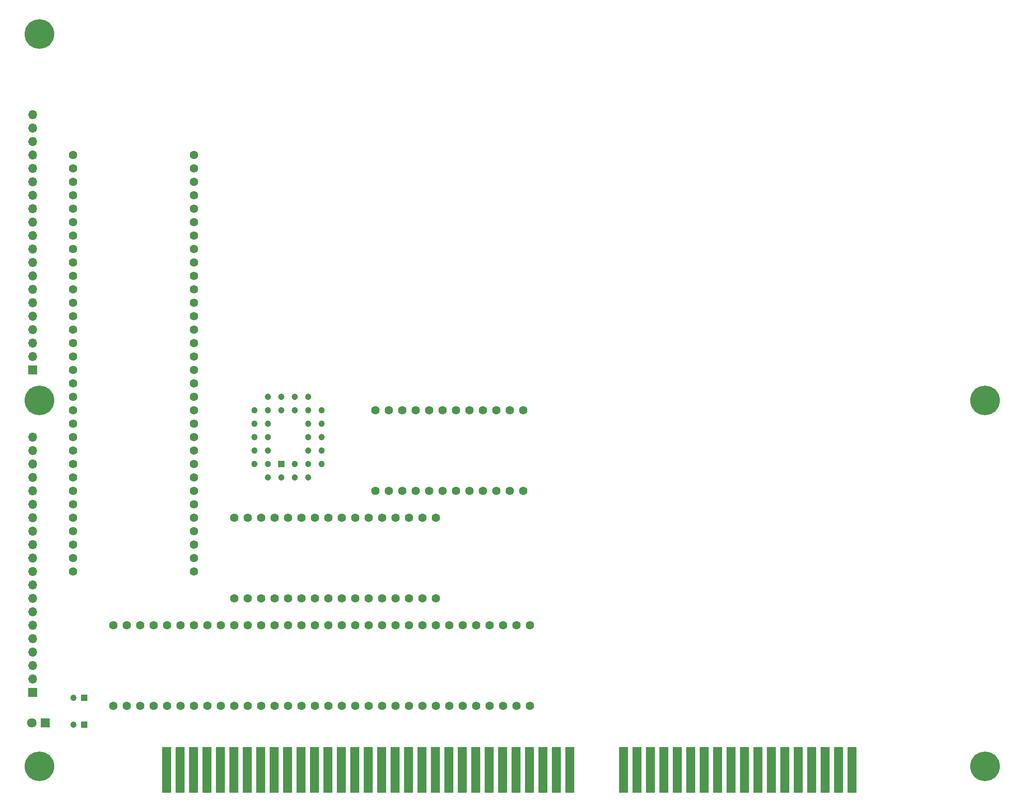
<source format=gbs>
%TF.GenerationSoftware,KiCad,Pcbnew,7.0.5*%
%TF.CreationDate,2024-02-24T14:29:10+02:00*%
%TF.ProjectId,VIA Board,56494120-426f-4617-9264-2e6b69636164,rev?*%
%TF.SameCoordinates,PX1d11680PY1d11680*%
%TF.FileFunction,Soldermask,Bot*%
%TF.FilePolarity,Negative*%
%FSLAX46Y46*%
G04 Gerber Fmt 4.6, Leading zero omitted, Abs format (unit mm)*
G04 Created by KiCad (PCBNEW 7.0.5) date 2024-02-24 14:29:10*
%MOMM*%
%LPD*%
G01*
G04 APERTURE LIST*
%ADD10R,1.200000X1.200000*%
%ADD11C,1.200000*%
%ADD12C,5.600000*%
%ADD13R,1.700000X1.700000*%
%ADD14O,1.700000X1.700000*%
%ADD15R,1.800000X1.800000*%
%ADD16C,1.800000*%
%ADD17C,1.600000*%
%ADD18R,1.780000X8.620000*%
G04 APERTURE END LIST*
D10*
%TO.C,IC3*%
X45720000Y-81280000D03*
D11*
X48260000Y-83820000D03*
X48260000Y-81280000D03*
X50800000Y-83820000D03*
X53340000Y-81280000D03*
X50800000Y-81280000D03*
X53340000Y-78740000D03*
X50800000Y-78740000D03*
X53340000Y-76200000D03*
X50800000Y-76200000D03*
X53340000Y-73660000D03*
X50800000Y-73660000D03*
X53340000Y-71120000D03*
X50800000Y-68580000D03*
X50800000Y-71120000D03*
X48260000Y-68580000D03*
X48260000Y-71120000D03*
X45720000Y-68580000D03*
X45720000Y-71120000D03*
X43180000Y-68580000D03*
X40640000Y-71120000D03*
X43180000Y-71120000D03*
X40640000Y-73660000D03*
X43180000Y-73660000D03*
X40640000Y-76200000D03*
X43180000Y-76200000D03*
X40640000Y-78740000D03*
X43180000Y-78740000D03*
X40640000Y-81280000D03*
X43180000Y-83820000D03*
X43180000Y-81280000D03*
X45720000Y-83820000D03*
%TD*%
D12*
%TO.C,H2*%
X178765200Y-138430000D03*
%TD*%
%TO.C,H8*%
X178760500Y-69215000D03*
%TD*%
D13*
%TO.C,J2*%
X-1270000Y-124460000D03*
D14*
X-1270000Y-121920000D03*
X-1270000Y-119380000D03*
X-1270000Y-116840000D03*
X-1270000Y-114300000D03*
X-1270000Y-111760000D03*
X-1270000Y-109220000D03*
X-1270000Y-106680000D03*
X-1270000Y-104140000D03*
X-1270000Y-101600000D03*
X-1270000Y-99060000D03*
X-1270000Y-96520000D03*
X-1270000Y-93980000D03*
X-1270000Y-91440000D03*
X-1270000Y-88900000D03*
X-1270000Y-86360000D03*
X-1270000Y-83820000D03*
X-1270000Y-81280000D03*
X-1270000Y-78740000D03*
X-1270000Y-76200000D03*
%TD*%
D13*
%TO.C,J1*%
X-1270000Y-63500000D03*
D14*
X-1270000Y-60960000D03*
X-1270000Y-58420000D03*
X-1270000Y-55880000D03*
X-1270000Y-53340000D03*
X-1270000Y-50800000D03*
X-1270000Y-48260000D03*
X-1270000Y-45720000D03*
X-1270000Y-43180000D03*
X-1270000Y-40640000D03*
X-1270000Y-38100000D03*
X-1270000Y-35560000D03*
X-1270000Y-33020000D03*
X-1270000Y-30480000D03*
X-1270000Y-27940000D03*
X-1270000Y-25400000D03*
X-1270000Y-22860000D03*
X-1270000Y-20320000D03*
X-1270000Y-17780000D03*
X-1270000Y-15240000D03*
%TD*%
D10*
%TO.C,C2*%
X8495000Y-125476000D03*
D11*
X6495000Y-125476000D03*
%TD*%
D10*
%TO.C,C1*%
X8495000Y-130556000D03*
D11*
X6495000Y-130556000D03*
%TD*%
D15*
%TO.C,LED1*%
X1134000Y-130150000D03*
D16*
X-1406000Y-130150000D03*
%TD*%
D17*
%TO.C,B2*%
X13970000Y-127000000D03*
X16510000Y-127000000D03*
X19050000Y-127000000D03*
X21590000Y-127000000D03*
X24130000Y-127000000D03*
X26670000Y-127000000D03*
X29210000Y-127000000D03*
X31750000Y-127000000D03*
X34290000Y-127000000D03*
X36830000Y-127000000D03*
X39370000Y-127000000D03*
X41910000Y-127000000D03*
X44450000Y-127000000D03*
X46990000Y-127000000D03*
X49530000Y-127000000D03*
X52070000Y-127000000D03*
X54610000Y-127000000D03*
X57150000Y-127000000D03*
X59690000Y-127000000D03*
X62230000Y-127000000D03*
X64770000Y-127000000D03*
X67310000Y-127000000D03*
X69850000Y-127000000D03*
X72390000Y-127000000D03*
X74930000Y-127000000D03*
X77470000Y-127000000D03*
X80010000Y-127000000D03*
X82550000Y-127000000D03*
X85090000Y-127000000D03*
X87630000Y-127000000D03*
X90170000Y-127000000D03*
X92710000Y-127000000D03*
X92710000Y-111760000D03*
X90170000Y-111760000D03*
X87630000Y-111760000D03*
X85090000Y-111760000D03*
X82550000Y-111760000D03*
X80010000Y-111760000D03*
X77470000Y-111760000D03*
X74930000Y-111760000D03*
X72390000Y-111760000D03*
X69850000Y-111760000D03*
X67310000Y-111760000D03*
X64770000Y-111760000D03*
X62230000Y-111760000D03*
X59690000Y-111760000D03*
X57150000Y-111760000D03*
X54610000Y-111760000D03*
X52070000Y-111760000D03*
X49530000Y-111760000D03*
X46990000Y-111760000D03*
X44450000Y-111760000D03*
X41910000Y-111760000D03*
X39370000Y-111760000D03*
X36830000Y-111760000D03*
X34290000Y-111760000D03*
X31750000Y-111760000D03*
X29210000Y-111760000D03*
X26670000Y-111760000D03*
X24130000Y-111760000D03*
X21590000Y-111760000D03*
X19050000Y-111760000D03*
X16510000Y-111760000D03*
X13970000Y-111760000D03*
%TD*%
D12*
%TO.C,H1*%
X0Y-69215000D03*
%TD*%
%TO.C,H9*%
X0Y-138430000D03*
%TD*%
D18*
%TO.C,J5*%
X24079200Y-139065000D03*
X26619200Y-139065000D03*
X29159200Y-139065000D03*
X31699200Y-139065000D03*
X34239200Y-139065000D03*
X36779200Y-139065000D03*
X39319200Y-139065000D03*
X41859200Y-139065000D03*
X44399200Y-139065000D03*
X46939200Y-139065000D03*
X49479200Y-139065000D03*
X52019200Y-139065000D03*
X54559200Y-139065000D03*
X57099200Y-139065000D03*
X59639200Y-139065000D03*
X62179200Y-139065000D03*
X64719200Y-139065000D03*
X67259200Y-139065000D03*
X69799200Y-139065000D03*
X72339200Y-139065000D03*
X74879200Y-139065000D03*
X77419200Y-139065000D03*
X79959200Y-139065000D03*
X82499200Y-139065000D03*
X85039200Y-139065000D03*
X87579200Y-139065000D03*
X90119200Y-139065000D03*
X92659200Y-139065000D03*
X95199200Y-139065000D03*
X97739200Y-139065000D03*
X100279200Y-139065000D03*
X110439200Y-139065000D03*
X112979200Y-139065000D03*
X115519200Y-139065000D03*
X118059200Y-139065000D03*
X120599200Y-139065000D03*
X123139200Y-139065000D03*
X125679200Y-139065000D03*
X128219200Y-139065000D03*
X130759200Y-139065000D03*
X133299200Y-139065000D03*
X135839200Y-139065000D03*
X138379200Y-139065000D03*
X140919200Y-139065000D03*
X143459200Y-139065000D03*
X145999200Y-139065000D03*
X148539200Y-139065000D03*
X151079200Y-139065000D03*
X153619200Y-139065000D03*
%TD*%
D12*
%TO.C,H19*%
X0Y0D03*
%TD*%
D17*
%TO.C,B1*%
X6350000Y-22860000D03*
X6350000Y-25400000D03*
X6350000Y-27940000D03*
X6350000Y-30480000D03*
X6350000Y-33020000D03*
X6350000Y-35560000D03*
X6350000Y-38100000D03*
X6350000Y-40640000D03*
X6350000Y-43180000D03*
X6350000Y-45720000D03*
X6350000Y-48260000D03*
X6350000Y-50800000D03*
X6350000Y-53340000D03*
X6350000Y-55880000D03*
X6350000Y-58420000D03*
X6350000Y-60960000D03*
X6350000Y-63500000D03*
X6350000Y-66040000D03*
X6350000Y-68580000D03*
X6350000Y-71120000D03*
X6350000Y-73660000D03*
X6350000Y-76200000D03*
X6350000Y-78740000D03*
X6350000Y-81280000D03*
X6350000Y-83820000D03*
X6350000Y-86360000D03*
X6350000Y-88900000D03*
X6350000Y-91440000D03*
X6350000Y-93980000D03*
X6350000Y-96520000D03*
X6350000Y-99060000D03*
X6350000Y-101600000D03*
X29210000Y-101600000D03*
X29210000Y-99060000D03*
X29210000Y-96520000D03*
X29210000Y-93980000D03*
X29210000Y-91440000D03*
X29210000Y-88900000D03*
X29210000Y-86360000D03*
X29210000Y-83820000D03*
X29210000Y-81280000D03*
X29210000Y-78740000D03*
X29210000Y-76200000D03*
X29210000Y-73660000D03*
X29210000Y-71120000D03*
X29210000Y-68580000D03*
X29210000Y-66040000D03*
X29210000Y-63500000D03*
X29210000Y-60960000D03*
X29210000Y-58420000D03*
X29210000Y-55880000D03*
X29210000Y-53340000D03*
X29210000Y-50800000D03*
X29210000Y-48260000D03*
X29210000Y-45720000D03*
X29210000Y-43180000D03*
X29210000Y-40640000D03*
X29210000Y-38100000D03*
X29210000Y-35560000D03*
X29210000Y-33020000D03*
X29210000Y-30480000D03*
X29210000Y-27940000D03*
X29210000Y-25400000D03*
X29210000Y-22860000D03*
%TD*%
%TO.C,B4*%
X91440000Y-71120000D03*
X88900000Y-71120000D03*
X86360000Y-71120000D03*
X83820000Y-71120000D03*
X81280000Y-71120000D03*
X78740000Y-71120000D03*
X76200000Y-71120000D03*
X73660000Y-71120000D03*
X71120000Y-71120000D03*
X68580000Y-71120000D03*
X66040000Y-71120000D03*
X63500000Y-71120000D03*
X63500000Y-86360000D03*
X66040000Y-86360000D03*
X68580000Y-86360000D03*
X71120000Y-86360000D03*
X73660000Y-86360000D03*
X76200000Y-86360000D03*
X78740000Y-86360000D03*
X81280000Y-86360000D03*
X83820000Y-86360000D03*
X86360000Y-86360000D03*
X88900000Y-86360000D03*
X91440000Y-86360000D03*
%TD*%
%TO.C,B3*%
X74930000Y-91440000D03*
X72390000Y-91440000D03*
X69850000Y-91440000D03*
X67310000Y-91440000D03*
X64770000Y-91440000D03*
X62230000Y-91440000D03*
X59690000Y-91440000D03*
X57150000Y-91440000D03*
X54610000Y-91440000D03*
X52070000Y-91440000D03*
X49530000Y-91440000D03*
X46990000Y-91440000D03*
X44450000Y-91440000D03*
X41910000Y-91440000D03*
X39370000Y-91440000D03*
X36830000Y-91440000D03*
X36830000Y-106680000D03*
X39370000Y-106680000D03*
X41910000Y-106680000D03*
X44450000Y-106680000D03*
X46990000Y-106680000D03*
X49530000Y-106680000D03*
X52070000Y-106680000D03*
X54610000Y-106680000D03*
X57150000Y-106680000D03*
X59690000Y-106680000D03*
X62230000Y-106680000D03*
X64770000Y-106680000D03*
X67310000Y-106680000D03*
X69850000Y-106680000D03*
X72390000Y-106680000D03*
X74930000Y-106680000D03*
%TD*%
M02*

</source>
